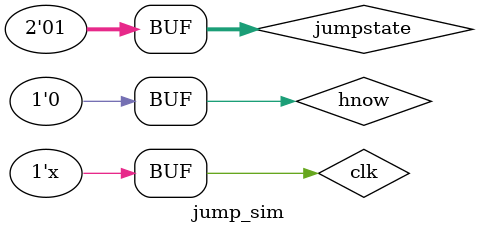
<source format=v>
`timescale 1ns / 1ps


module jump_sim;

	// Inputs
	reg clk;
	// Bidirs
	reg [1:0] jumpstate;
	reg hnow;

	wire[1:0] jumpstate_wire;
	wire hnow_wire;
	// Instantiate the Unit Under Test (UUT)
	jump uut (
		.jumpstate(jumpstate_wire), 
		.clk(clk), 
		.hnow(hnow_wire)
	);

	initial begin
		// Initialize Inputs
		clk = 0;
		jumpstate = 0;
		hnow = 0;
		// Wait 100 ns for global reset to finish
		#100;
        jumpstate = 1;
		// Add stimulus here

	end
	always #10 clk = ~clk;
   assign  jumpstate_wire = (clk==1)?jumpstate:8'hzz;
	assign  hnow_wire = (clk==0)?hnow:8'hzz;
endmodule


</source>
